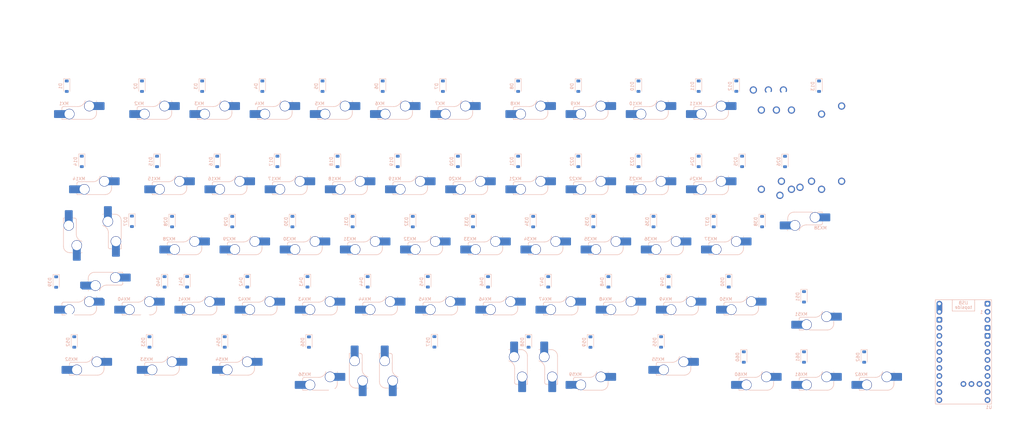
<source format=kicad_pcb>
(kicad_pcb (version 20221018) (generator pcbnew)
  (layers (0 "F.Cu" signal) (31 "B.Cu" signal) (34 "B.Paste" user) (35 "F.Paste" user) (36 "B.SilkS" user "B.Silkscreen") (37 "F.SilkS" user "F.Silkscreen") (38 "B.Mask" user) (39 "F.Mask" user) (44 "Edge.Cuts" user))
  (net 0 "")
  (net 1 "Net-(D1-K)")
  (net 2 "Net-(D1-A)")
  (net 3 "Net-(D14-K)")
  (net 4 "Net-(D2-A)")
  (net 6 "Net-(D14-A)")
  (net 7 "Net-(D3-A)")
  (net 8 "Net-(D15-A)")
  (net 9 "Net-(D4-A)")
  (net 10 "Net-(D16-A)")
  (net 11 "Net-(D5-A)")
  (net 12 "Net-(D17-A)")
  (net 13 "Net-(D6-A)")
  (net 14 "Net-(D18-A)")
  (net 15 "Net-(D7-A)")
  (net 16 "Net-(D19-A)")
  (net 17 "Net-(D8-A)")
  (net 18 "Net-(D20-A)")
  (net 19 "Net-(D9-A)")
  (net 20 "Net-(D21-A)")
  (net 21 "Net-(D10-A)")
  (net 22 "Net-(D22-A)")
  (net 23 "Net-(D11-A)")
  (net 24 "Net-(D23-A)")
  (net 25 "Net-(D12-A)")
  (net 26 "Net-(D24-A)")
  (net 27 "Net-(D13-A)")
  (net 40 "Net-(D25-A)")
  (net 41 "Net-(D26-A)")
  (net 55 "Net-(D27-K)")
  (net 56 "Net-(D27-A)")
  (net 57 "Net-(D28-A)")
  (net 58 "Net-(D29-A)")
  (net 59 "Net-(D30-A)")
  (net 60 "Net-(D31-A)")
  (net 61 "Net-(D32-A)")
  (net 62 "Net-(D33-A)")
  (net 63 "Net-(D34-A)")
  (net 64 "Net-(D35-A)")
  (net 65 "Net-(D36-A)")
  (net 66 "Net-(D37-A)")
  (net 67 "Net-(D38-A)")
  (net 80 "Net-(D39-K)")
  (net 81 "Net-(D39-A)")
  (net 82 "Net-(D40-A)")
  (net 83 "Net-(D41-A)")
  (net 84 "Net-(D42-A)")
  (net 85 "Net-(D43-A)")
  (net 86 "Net-(D44-A)")
  (net 87 "Net-(D45-A)")
  (net 88 "Net-(D46-A)")
  (net 89 "Net-(D47-A)")
  (net 90 "Net-(D48-A)")
  (net 91 "Net-(D49-A)")
  (net 92 "Net-(D50-A)")
  (net 106 "Net-(D51-A)")
  (net 108 "Net-(D52-K)")
  (net 109 "Net-(D52-A)")
  (net 110 "Net-(D53-A)")
  (net 111 "Net-(D54-A)")
  (net 112 "Net-(D55-A)")
  (net 113 "Net-(D56-A)")
  (net 114 "Net-(D57-A)")
  (net 115 "Net-(D58-A)")
  (net 116 "Net-(D59-A)")
  (net 117 "Net-(D60-A)")
  (net 118 "Net-(D61-A)")
  (net 119 "Net-(D62-A)")
  (net 133 "gnd")
  (net 142 "bat")
  (footprint "footprints_combined:SW_MX_1u_1.5u_2u" (layer "F.Cu") (at 307.441779 80.880627)
    (fp_text reference "MX12" hide)
    (fp_text value "MX_SW_solder" hide)
  )
  (footprint "PCM_marbastlib-mx:SW_MX_1u" (layer "F.Cu") (at 326.491779 80.880627 180)
    (fp_text reference "MX13" hide)
    (fp_text value "MX_SW_solder" hide)
  )
  (footprint "footprints_combined:SW_MX_HS_1u_2u" (layer "F.Cu") (at 88.366779 142.793127)
    (fp_text reference "MX39" hide)
    (fp_text value "MX_SW_solder" hide)
  )
  (footprint "footprints_combined:SW_MX_HS_1.75u+1.25u_stepped_caps" (layer "F.Cu") (at 95.510529 123.743127)
    (fp_text reference "MX27" hide)
    (fp_text value "MX_SW_solder" hide)
  )
  (footprint "footprints_combined:SW_MX_HS_2.75u_1.75u" (layer "F.Cu") (at 190.760529 166.605627)
    (fp_text reference "MX57" hide)
    (fp_text value "MX_SW_solder" hide)
  )
  (footprint "footprints_combined:SW_MX_HS_1.75u_2.75u" (layer "F.Cu") (at 224.098029 166.605627)
    (fp_text reference "MX58" hide)
    (fp_text value "MX_SW_solder" hide)
  )
  (footprint "PCM_marbastlib-mx:SW_MX_1u" (layer "F.Cu") (at 326.491779 104.693127 180)
    (fp_text reference "MX26" hide)
    (fp_text value "MX_SW_solder" hide)
  )
  (footprint "footprints_combined:SW_MX_1u_2u_ISO" (layer "F.Cu") (at 307.441779 104.693127)
    (fp_text reference "MX25" hide)
    (fp_text value "MX_SW_solder" hide)
  )
  (footprint "Diode_SMD:D_SOD-123" (layer "B.Cu") (at 246.956779 100.950627 -90)
    (fp_text reference "D22")
    (fp_text value "1N4148W")
  )
  (footprint "Diode_SMD:D_SOD-123" (layer "B.Cu") (at 105.661779 119.915627 -90)
    (fp_text reference "D27")
    (fp_text value "1N4148W")
  )
  (footprint "Diode_SMD:D_SOD-123" (layer "B.Cu") (at 201.411779 158.058127 -90)
    (fp_text reference "D57")
    (fp_text value "1N4148W")
  )
  (footprint "Diode_SMD:D_SOD-123" (layer "B.Cu") (at 87.413029 158.100627 -90)
    (fp_text reference "D52")
    (fp_text value "1N4148W")
  )
  (footprint "PCM_marbastlib-mx:SW_MX_HS_1u" (layer "B.Cu") (at 193.141779 104.693127)
    (fp_text reference "MX19")
    (fp_text value "MX_SW_solder" hide)
  )
  (footprint "PCM_marbastlib-mx:SW_MX_HS_1u" (layer "B.Cu") (at 202.666779 142.793127)
    (fp_text reference "MX45")
    (fp_text value "MX_SW_solder" hide)
  )
  (footprint "Diode_SMD:D_SOD-123" (layer "B.Cu") (at 318.394279 162.863127 -90)
    (fp_text reference "D61")
    (fp_text value "1N4148W")
  )
  (footprint "PCM_marbastlib-mx:SW_MX_HS_1u" (layer "B.Cu") (at 293.154279 123.743127)
    (fp_text reference "MX37")
    (fp_text value "MX_SW_solder" hide)
  )
  (footprint "Diode_SMD:D_SOD-123" (layer "B.Cu") (at 161.231779 139.050627 -90)
    (fp_text reference "D43")
    (fp_text value "1N4148W")
  )
  (footprint "Diode_SMD:D_SOD-123" (layer "B.Cu") (at 323.156779 77.138127 -90)
    (fp_text reference "D13")
    (fp_text value "1N4148W")
  )
  (footprint "PCM_marbastlib-mx:SW_MX_HS_1u" (layer "B.Cu") (at 116.941779 104.693127)
    (fp_text reference "MX15")
    (fp_text value "MX_SW_solder" hide)
  )
  (footprint "Diode_SMD:D_SOD-123" (layer "B.Cu") (at 204.094279 77.138127 -90)
    (fp_text reference "D7")
    (fp_text value "1N4148W")
  )
  (footprint "Diode_SMD:D_SOD-123" (layer "B.Cu") (at 299.344279 162.863127 -90)
    (fp_text reference "D60")
    (fp_text value "1N4148W")
  )
  (footprint "Diode_SMD:D_SOD-123" (layer "B.Cu") (at 250.801779 158.128127 -90)
    (fp_text reference "D59")
    (fp_text value "1N4148W")
  )
  (footprint "PCM_marbastlib-mx:SW_MX_HS_1u" (layer "B.Cu") (at 88.366779 80.880627)
    (fp_text reference "MX1")
    (fp_text value "MX_SW_solder" hide)
  )
  (footprint "PCM_marbastlib-mx:SW_MX_HS_1u" (layer "B.Cu") (at 255.054279 123.743127)
    (fp_text reference "MX35")
    (fp_text value "MX_SW_solder" hide)
  )
  (footprint "Diode_SMD:D_SOD-123" (layer "B.Cu") (at 116.001779 139.065627 -90)
    (fp_text reference "D40")
    (fp_text value "1N4148W")
  )
  (footprint "PCM_marbastlib-mx:SW_MX_HS_1.25u" (layer "B.Cu") (at 90.748029 161.843127)
    (fp_text reference "MX52")
    (fp_text value "MX_SW_solder" hide)
  )
  (footprint "Diode_SMD:D_SOD-123" (layer "B.Cu") (at 266.006779 100.950627 -90)
    (fp_text reference "D23")
    (fp_text value "1N4148W")
  )
  (footprint "PCM_marbastlib-mx:SW_MX_HS_1u" (layer "B.Cu") (at 236.004279 123.743127)
    (fp_text reference "MX34")
    (fp_text value "MX_SW_solder" hide)
  )
  (footprint "Diode_SMD:D_SOD-123" (layer "B.Cu") (at 305.131779 119.995627 -90)
    (fp_text reference "D38")
    (fp_text value "1N4148W")
  )
  (footprint "PCM_marbastlib-mx:SW_MX_HS_1u" (layer "B.Cu") (at 207.429279 80.880627)
    (fp_text reference "MX7")
    (fp_text value "MX_SW_solder" hide)
  )
  (footprint "PCM_marbastlib-mx:SW_MX_HS_1u" (layer "B.Cu") (at 321.729279 147.555627)
    (fp_text reference "MX51")
    (fp_text value "MX_SW_solder" hide)
  )
  (footprint "Diode_SMD:D_SOD-123" (layer "B.Cu") (at 135.038029 158.100627 -90)
    (fp_text reference "D54")
    (fp_text value "1N4148W")
  )
  (footprint "PCM_marbastlib-mx:SW_MX_HS_1u" (layer "B.Cu") (at 169.329279 80.880627)
    (fp_text reference "MX5")
    (fp_text value "MX_SW_solder" hide)
  )
  (footprint "Diode_SMD:D_SOD-123" (layer "B.Cu") (at 298.801779 100.955627 -90)
    (fp_text reference "D25")
    (fp_text value "1N4148W")
  )
  (footprint "PCM_marbastlib-mx:SW_MX_HS_1u" (layer "B.Cu") (at 164.566779 142.793127)
    (fp_text reference "MX43")
    (fp_text value "MX_SW_solder" hide)
  )
  (footprint "Diode_SMD:D_SOD-123" (layer "B.Cu") (at 285.056779 77.138127 -90)
    (fp_text reference "D11")
    (fp_text value "1N4148W")
  )
  (footprint "Diode_SMD:D_SOD-123" (layer "B.Cu") (at 185.044279 77.138127 -90)
    (fp_text reference "D6")
    (fp_text value "1N4148W")
  )
  (footprint "PCM_marbastlib-mx:SW_MX_HS_1u" (layer "B.Cu") (at 131.229279 80.880627)
    (fp_text reference "MX3")
    (fp_text value "MX_SW_solder" hide)
  )
  (footprint "PCM_marbastlib-mx:SW_MX_HS_1u" (layer "B.Cu") (at 107.416779 142.793127)
    (fp_text reference "MX40")
    (fp_text value "MX_SW_solder" hide)
  )
  (footprint "PCM_marbastlib-mx:SW_MX_HS_1.25u" (layer "B.Cu") (at 276.485529 161.843127)
    (fp_text reference "MX55")
    (fp_text value "MX_SW_solder" hide)
  )
  (footprint "PCM_marbastlib-mx:SW_MX_HS_1u" (layer "B.Cu") (at 140.754279 123.743127)
    (fp_text reference "MX29")
    (fp_text value "MX_SW_solder" hide)
  )
  (footprint "Diode_SMD:D_SOD-123" (layer "B.Cu") (at 170.756779 100.950627 -90)
    (fp_text reference "D18")
    (fp_text value "1N4148W")
  )
  (footprint "Diode_SMD:D_SOD-123" (layer "B.Cu") (at 81.681779 139.125627 -90)
    (fp_text reference "D39")
    (fp_text value "1N4148W")
  )
  (footprint "Diode_SMD:D_SOD-123" (layer "B.Cu") (at 232.669279 120.000627 -90)
    (fp_text reference "D34")
    (fp_text value "1N4148W")
  )
  (footprint "Diode_SMD:D_SOD-123" (layer "B.Cu") (at 85.031779 77.138127 -90)
    (fp_text reference "D1")
    (fp_text value "1N4148W")
  )
  (footprint "Diode_SMD:D_SOD-123" (layer "B.Cu") (at 227.906779 77.138127 -90)
    (fp_text reference "D8")
    (fp_text value "1N4148W")
  )
  (footprint "Diode_SMD:D_SOD-123" (layer "B.Cu") (at 246.956779 77.138127 -90)
    (fp_text reference "D9")
    (fp_text value "1N4148W")
  )
  (footprint "Diode_SMD:D_SOD-123" (layer "B.Cu") (at 175.519279 120.000627 -90)
    (fp_text reference "D31")
    (fp_text value "1N4148W")
  )
  (footprint "PCM_marbastlib-mx:SW_MX_HS_1u" (layer "B.Cu") (at 121.704279 123.743127)
    (fp_text reference "MX28")
    (fp_text value "MX_SW_solder" hide)
  )
  (footprint "Diode_SMD:D_SOD-123" (layer "B.Cu") (at 266.006779 77.138127 -90)
    (fp_text reference "D10")
    (fp_text value "1N4148W")
  )
  (footprint "PCM_marbastlib-mx:SW_MX_HS_1u" (layer "B.Cu") (at 302.679279 166.605627)
    (fp_text reference "MX60")
    (fp_text value "MX_SW_solder" hide)
  )
  (footprint "PCM_marbastlib-mx:SW_MX_HS_1.5u" (layer "B.Cu") (at 93.129279 104.693127)
    (fp_text reference "MX14")
    (fp_text value "MX_SW_solder" hide)
  )
  (footprint "Diode_SMD:D_SOD-123" (layer "B.Cu") (at 312.381779 100.978127 -90)
    (fp_text reference "D26")
    (fp_text value "1N4148W")
  )
  (footprint "PCM_marbastlib-mx:SW_MX_HS_1u" (layer "B.Cu") (at 216.954279 123.743127)
    (fp_text reference "MX33")
    (fp_text value "MX_SW_solder" hide)
  )
  (footprint "PCM_marbastlib-mx:SW_MX_HS_1u" (layer "B.Cu") (at 135.991779 104.693127)
    (fp_text reference "MX16")
    (fp_text value "MX_SW_solder" hide)
  )
  (footprint "Diode_SMD:D_SOD-123" (layer "B.Cu") (at 251.719279 120.000627 -90)
    (fp_text reference "D35")
    (fp_text value "1N4148W")
  )
  (footprint "Diode_SMD:D_SOD-123" (layer "B.Cu") (at 231.211779 158.105627 -90)
    (fp_text reference "D58")
    (fp_text value "1N4148W")
  )
  (footprint "Diode_SMD:D_SOD-123" (layer "B.Cu") (at 218.381779 139.050627 -90)
    (fp_text reference "D46")
    (fp_text value "1N4148W")
  )
  (footprint "PCM_marbastlib-mx:SW_MX_HS_1u" (layer "B.Cu") (at 188.379279 80.880627)
    (fp_text reference "MX6")
    (fp_text value "MX_SW_solder" hide)
  )
  (footprint "PCM_marbastlib-mx:SW_MX_HS_1u" (layer "B.Cu") (at 183.616779 142.793127)
    (fp_text reference "MX44")
    (fp_text value "MX_SW_solder" hide)
  )
  (footprint "PCM_marbastlib-xp-promicroish:nice_nano_AH_USBup" (layer "B.Cu") (at 368.86 162.51 180)
    (fp_text reference "U1")
    (fp_text value "nice_nano")
  )
  (footprint "Diode_SMD:D_SOD-123" (layer "B.Cu") (at 275.531779 139.050627 -90)
    (fp_text reference "D49")
    (fp_text value "1N4148W")
  )
  (footprint "PCM_marbastlib-mx:SW_MX_HS_1.25u" (layer "B.Cu") (at 138.373029 161.843127)
    (fp_text reference "MX54")
    (fp_text value "MX_SW_solder" hide)
  )
  (footprint "PCM_marbastlib-mx:SW_MX_HS_1u" (layer "B.Cu") (at 150.279279 80.880627)
    (fp_text reference "MX4")
    (fp_text value "MX_SW_solder" hide)
  )
  (footprint "Diode_SMD:D_SOD-123" (layer "B.Cu") (at 337.444279 162.863127 -90)
    (fp_text reference "D62")
    (fp_text value "1N4148W")
  )
  (footprint "Diode_SMD:D_SOD-123" (layer "B.Cu") (at 89.794279 100.950627 -90)
    (fp_text reference "D14")
    (fp_text value "1N4148W")
  )
  (footprint "Diode_SMD:D_SOD-123" (layer "B.Cu") (at 113.606779 100.950627 -90)
    (fp_text reference "D15")
    (fp_text value "1N4148W")
  )
  (footprint "Diode_SMD:D_SOD-123" (layer "B.Cu") (at 137.419279 120.000627 -90)
    (fp_text reference "D29")
    (fp_text value "1N4148W")
  )
  (footprint "Diode_SMD:D_SOD-123" (layer "B.Cu") (at 111.225529 158.100627 -90)
    (fp_text reference "D53")
    (fp_text value "1N4148W")
  )
  (footprint "Diode_SMD:D_SOD-123" (layer "B.Cu") (at 180.281779 139.050627 -90)
    (fp_text reference "D44")
    (fp_text value "1N4148W")
  )
  (footprint "PCM_marbastlib-mx:SW_MX_HS_1u" (layer "B.Cu") (at 145.516779 142.793127)
    (fp_text reference "MX42")
    (fp_text value "MX_SW_solder" hide)
  )
  (footprint "Diode_SMD:D_SOD-123" (layer "B.Cu") (at 123.131779 139.050627 -90)
    (fp_text reference "D41")
    (fp_text value "1N4148W")
  )
  (footprint "PCM_marbastlib-mx:SW_MX_HS_1u" (layer "B.Cu") (at 178.854279 123.743127)
    (fp_text reference "MX31")
    (fp_text value "MX_SW_solder" hide)
  )
  (footprint "Diode_SMD:D_SOD-123" (layer "B.Cu") (at 273.150529 158.100627 -90)
    (fp_text reference "D55")
    (fp_text value "1N4148W")
  )
  (footprint "Diode_SMD:D_SOD-123" (layer "B.Cu") (at 161.691779 158.128127 -90)
    (fp_text reference "D56")
    (fp_text value "1N4148W")
  )
  (footprint "Diode_SMD:D_SOD-123" (layer "B.Cu") (at 118.369279 120.000627 -90)
    (fp_text reference "D28")
    (fp_text value "1N4148W")
  )
  (footprint "PCM_marbastlib-mx:SW_MX_HS_1u" (layer "B.Cu") (at 221.716779 142.793127)
    (fp_text reference "MX46")
    (fp_text value "MX_SW_solder" hide)
  )
  (footprint "Diode_SMD:D_SOD-123" (layer "B.Cu") (at 142.181779 139.050627 -90)
    (fp_text reference "D42")
    (fp_text value "1N4148W")
  )
  (footprint "PCM_marbastlib-mx:SW_MX_HS_1u" (layer "B.Cu") (at 164.566779 166.605627)
    (fp_text reference "MX56")
    (fp_text value "MX_SW_solder" hide)
  )
  (footprint "PCM_marbastlib-mx:SW_MX_HS_1u" (layer "B.Cu") (at 288.391779 104.693127)
    (fp_text reference "MX24")
    (fp_text value "MX_SW_solder" hide)
  )
  (footprint "PCM_marbastlib-mx:SW_MX_HS_1u" (layer "B.Cu") (at 231.241779 80.880627)
    (fp_text reference "MX8")
    (fp_text value "MX_SW_solder" hide)
  )
  (footprint "Diode_SMD:D_SOD-123" (layer "B.Cu") (at 194.569279 120.000627 -90)
    (fp_text reference "D32")
    (fp_text value "1N4148W")
  )
  (footprint "Diode_SMD:D_SOD-123" (layer "B.Cu") (at 189.806779 100.950627 -90)
    (fp_text reference "D19")
    (fp_text value "1N4148W")
  )
  (footprint "PCM_marbastlib-mx:SW_MX_HS_1u" (layer "B.Cu") (at 259.816779 142.793127)
    (fp_text reference "MX48")
    (fp_text value "MX_SW_solder" hide)
  )
  (footprint "Diode_SMD:D_SOD-123" (layer "B.Cu") (at 108.844279 77.138127 -90)
    (fp_text reference "D2")
    (fp_text value "1N4148W")
  )
  (footprint "Diode_SMD:D_SOD-123" (layer "B.Cu") (at 256.481779 139.050627 -90)
    (fp_text reference "D48")
    (fp_text value "1N4148W")
  )
  (footprint "Diode_SMD:D_SOD-123" (layer "B.Cu") (at 156.469279 120.000627 -90)
    (fp_text reference "D30")
    (fp_text value "1N4148W")
  )
  (footprint "PCM_marbastlib-mx:SW_MX_HS_1u" (layer "B.Cu") (at 159.804279 123.743127)
    (fp_text reference "MX30")
    (fp_text value "MX_SW_solder" hide)
  )
  (footprint "Diode_SMD:D_SOD-123" (layer "B.Cu") (at 294.581779 139.050627 -90)
    (fp_text reference "D50")
    (fp_text value "1N4148W")
  )
  (footprint "PCM_marbastlib-mx:SW_MX_HS_1u" (layer "B.Cu") (at 231.241779 104.693127)
    (fp_text reference "MX21")
    (fp_text value "MX_SW_solder" hide)
  )
  (footprint "Diode_SMD:D_SOD-123" (layer "B.Cu") (at 165.994279 77.138127 -90)
    (fp_text reference "D5")
    (fp_text value "1N4148W")
  )
  (footprint "PCM_marbastlib-mx:SW_MX_HS_1u" (layer "B.Cu") (at 288.391779 80.880627)
    (fp_text reference "MX11")
    (fp_text value "MX_SW_solder" hide)
  )
  (footprint "PCM_marbastlib-mx:SW_MX_HS_1u" (layer "B.Cu") (at 112.179279 80.880627)
    (fp_text reference "MX2")
    (fp_text value "MX_SW_solder" hide)
  )
  (footprint "Diode_SMD:D_SOD-123" (layer "B.Cu") (at 318.394279 143.813127 -90)
    (fp_text reference "D51")
    (fp_text value "1N4148W")
  )
  (footprint "Diode_SMD:D_SOD-123" (layer "B.Cu") (at 289.819279 120.000627 -90)
    (fp_text reference "D37")
    (fp_text value "1N4148W")
  )
  (footprint "PCM_marbastlib-mx:SW_MX_HS_1u" (layer "B.Cu") (at 212.191779 104.693127)
    (fp_text reference "MX20")
    (fp_text value "MX_SW_solder" hide)
  )
  (footprint "Diode_SMD:D_SOD-123" (layer "B.Cu") (at 132.656779 100.950627 -90)
    (fp_text reference "D16")
    (fp_text value "1N4148W")
  )
  (footprint "PCM_marbastlib-mx:SW_MX_HS_1u" (layer "B.Cu") (at 321.729279 166.605627)
    (fp_text reference "MX61")
    (fp_text value "MX_SW_solder" hide)
  )
  (footprint "Diode_SMD:D_SOD-123" (layer "B.Cu") (at 146.944279 77.138127 -90)
    (fp_text reference "D4")
    (fp_text value "1N4148W")
  )
  (footprint "Diode_SMD:D_SOD-123" (layer "B.Cu") (at 151.706779 100.950627 -90)
    (fp_text reference "D17")
    (fp_text value "1N4148W")
  )
  (footprint "Diode_SMD:D_SOD-123" (layer "B.Cu") (at 270.769279 120.000627 -90)
    (fp_text reference "D36")
    (fp_text value "1N4148W")
  )
  (footprint "PCM_marbastlib-mx:SW_MX_HS_1u" (layer "B.Cu") (at 250.291779 166.605627)
    (fp_text reference "MX59")
    (fp_text value "MX_SW_solder" hide)
  )
  (footprint "PCM_marbastlib-mx:SW_MX_HS_1u" (layer "B.Cu") (at 274.104279 123.743127)
    (fp_text reference "MX36")
    (fp_text value "MX_SW_solder" hide)
  )
  (footprint "PCM_marbastlib-mx:SW_MX_HS_1u" (layer "B.Cu") (at 340.779279 166.605627)
    (fp_text reference "MX62")
    (fp_text value "MX_SW_solder" hide)
  )
  (footprint "PCM_marbastlib-mx:SW_MX_HS_1u" (layer "B.Cu") (at 250.291779 104.693127)
    (fp_text reference "MX22")
    (fp_text value "MX_SW_solder" hide)
  )
  (footprint "PCM_marbastlib-mx:SW_MX_HS_1u" (layer "B.Cu") (at 126.466779 142.793127)
    (fp_text reference "MX41")
    (fp_text value "MX_SW_solder" hide)
  )
  (footprint "Diode_SMD:D_SOD-123" (layer "B.Cu") (at 213.619279 120.000627 -90)
    (fp_text reference "D33")
    (fp_text value "1N4148W")
  )
  (footprint "PCM_marbastlib-mx:SW_MX_HS_1u" (layer "B.Cu") (at 269.341779 104.693127)
    (fp_text reference "MX23")
    (fp_text value "MX_SW_solder" hide)
  )
  (footprint "PCM_marbastlib-mx:SW_MX_HS_1u" (layer "B.Cu") (at 269.341779 80.880627)
    (fp_text reference "MX10")
    (fp_text value "MX_SW_solder" hide)
  )
  (footprint "PCM_marbastlib-mx:SW_MX_HS_1.25u" (layer "B.Cu") (at 114.560529 161.843127)
    (fp_text reference "MX53")
    (fp_text value "MX_SW_solder" hide)
  )
  (footprint "Diode_SMD:D_SOD-123" (layer "B.Cu") (at 296.971779 77.115627 -90)
    (fp_text reference "D12")
    (fp_text value "1N4148W")
  )
  (footprint "Diode_SMD:D_SOD-123" (layer "B.Cu") (at 127.894279 77.138127 -90)
    (fp_text reference "D3")
    (fp_text value "1N4148W")
  )
  (footprint "PCM_marbastlib-mx:SW_MX_HS_1u" (layer "B.Cu") (at 250.291779 80.880627)
    (fp_text reference "MX9")
    (fp_text value "MX_SW_solder" hide)
  )
  (footprint "PCM_marbastlib-mx:SW_MX_HS_1u" (layer "B.Cu") (at 174.091779 104.693127)
    (fp_text reference "MX18")
    (fp_text value "MX_SW_solder" hide)
  )
  (footprint "Diode_SMD:D_SOD-123" (layer "B.Cu") (at 208.856779 100.950627 -90)
    (fp_text reference "D20")
    (fp_text value "1N4148W")
  )
  (footprint "Diode_SMD:D_SOD-123" (layer "B.Cu") (at 199.331779 139.050627 -90)
    (fp_text reference "D45")
    (fp_text value "1N4148W")
  )
  (footprint "Diode_SMD:D_SOD-123" (layer "B.Cu") (at 285.056779 100.950627 -90)
    (fp_text reference "D24")
    (fp_text value "1N4148W")
  )
  (footprint "PCM_marbastlib-mx:SW_MX_HS_1u" (layer "B.Cu") (at 278.866779 142.793127)
    (fp_text reference "MX49")
    (fp_text value "MX_SW_solder" hide)
  )
  (footprint "PCM_marbastlib-mx:SW_MX_HS_1u" (layer "B.Cu") (at 197.904279 123.743127)
    (fp_text reference "MX32")
    (fp_text value "MX_SW_solder" hide)
  )
  (footprint "Diode_SMD:D_SOD-123" (layer "B.Cu") (at 237.431779 139.050627 -90)
    (fp_text reference "D47")
    (fp_text value "1N4148W")
  )
  (footprint "PCM_marbastlib-mx:SW_MX_HS_1u" (layer "B.Cu") (at 240.766779 142.793127)
    (fp_text reference "MX47")
    (fp_text value "MX_SW_solder" hide)
  )
  (footprint "PCM_marbastlib-mx:SW_MX_HS_1.75u" (layer "B.Cu") (at 319.348029 123.743127 180)
    (fp_text reference "MX38")
    (fp_text value "MX_SW_solder" hide)
  )
  (footprint "PCM_marbastlib-mx:SW_MX_HS_1u" (layer "B.Cu") (at 155.041779 104.693127)
    (fp_text reference "MX17")
    (fp_text value "MX_SW_solder" hide)
  )
  (footprint "Diode_SMD:D_SOD-123" (layer "B.Cu") (at 227.906779 100.950627 -90)
    (fp_text reference "D21")
    (fp_text value "1N4148W")
  )
  (footprint "PCM_marbastlib-mx:SW_MX_HS_1u" (layer "B.Cu") (at 297.916779 142.793127)
    (fp_text reference "MX50")
    (fp_text value "MX_SW_solder" hide)
  )
)
</source>
